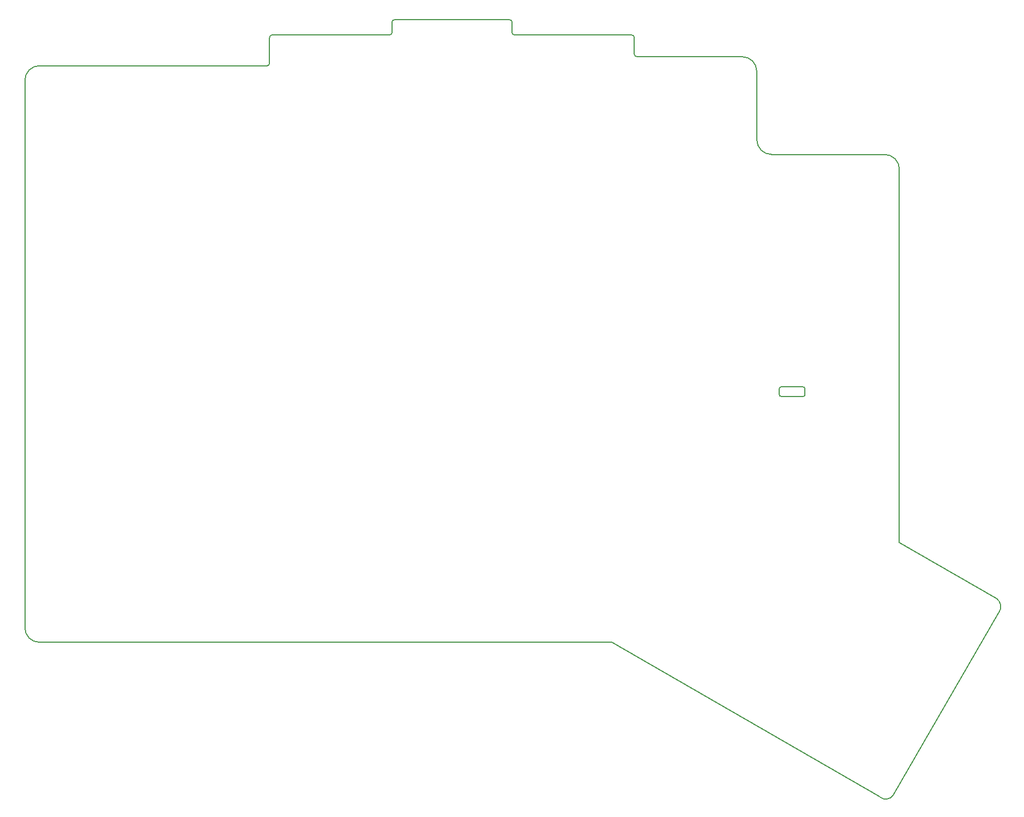
<source format=gm1>
G04 #@! TF.GenerationSoftware,KiCad,Pcbnew,(5.1.9-0-10_14)*
G04 #@! TF.CreationDate,2021-11-12T15:23:44+01:00*
G04 #@! TF.ProjectId,tairakb,74616972-616b-4622-9e6b-696361645f70,1.1*
G04 #@! TF.SameCoordinates,Original*
G04 #@! TF.FileFunction,Profile,NP*
%FSLAX46Y46*%
G04 Gerber Fmt 4.6, Leading zero omitted, Abs format (unit mm)*
G04 Created by KiCad (PCBNEW (5.1.9-0-10_14)) date 2021-11-12 15:23:44*
%MOMM*%
%LPD*%
G01*
G04 APERTURE LIST*
G04 #@! TA.AperFunction,Profile*
%ADD10C,0.150000*%
G04 #@! TD*
G04 APERTURE END LIST*
D10*
X195364000Y-96585000D02*
G75*
G02*
X195064000Y-96285000I0J300000D01*
G01*
X195064000Y-95397000D02*
G75*
G02*
X195364000Y-95097000I300000J0D01*
G01*
X199064000Y-96285000D02*
G75*
G02*
X198764000Y-96585000I-300000J0D01*
G01*
X198764000Y-95097000D02*
G75*
G02*
X199064000Y-95397000I0J-300000D01*
G01*
X195364000Y-95097000D02*
X198764000Y-95097000D01*
X195064000Y-96285000D02*
X195064000Y-95397000D01*
X195364000Y-96585000D02*
X198764000Y-96585000D01*
X199064000Y-95397000D02*
X199064000Y-96285000D01*
X115926000Y-40779000D02*
X115926000Y-44785000D01*
X115546000Y-45165000D02*
X80206000Y-45165000D01*
X115926000Y-44785000D02*
G75*
G02*
X115546000Y-45165000I-380000J0D01*
G01*
X115926000Y-40779000D02*
G75*
G02*
X116306000Y-40399000I380000J0D01*
G01*
X134542000Y-40399000D02*
X116306000Y-40399000D01*
X134922000Y-40019000D02*
G75*
G02*
X134542000Y-40399000I-380000J0D01*
G01*
X134922000Y-40019000D02*
X134922000Y-38398000D01*
X134922000Y-38398000D02*
G75*
G02*
X135302000Y-38018000I380000J0D01*
G01*
X153185000Y-38017000D02*
X135302000Y-38018000D01*
X172180000Y-40400000D02*
X153945000Y-40400000D01*
X153185000Y-38017000D02*
G75*
G02*
X153565000Y-38397000I0J-380000D01*
G01*
X153565000Y-40020000D02*
X153565000Y-38397000D01*
X153945000Y-40400000D02*
G75*
G02*
X153565000Y-40020000I0J380000D01*
G01*
X172560000Y-43379000D02*
X172560000Y-40780000D01*
X172180000Y-40400000D02*
G75*
G02*
X172560000Y-40780000I0J-380000D01*
G01*
X172940000Y-43759000D02*
G75*
G02*
X172560000Y-43379000I0J380000D01*
G01*
X191570000Y-56674000D02*
G75*
G03*
X193856000Y-58960000I2286000J0D01*
G01*
X191570000Y-46046000D02*
G75*
G03*
X189284000Y-43760000I-2286000J0D01*
G01*
X191570000Y-56674000D02*
X191570000Y-46046000D01*
X213710000Y-61246000D02*
G75*
G03*
X211424000Y-58960000I-2286000J0D01*
G01*
X213710000Y-61246000D02*
X213710000Y-119261000D01*
X193856000Y-58960000D02*
X211424000Y-58960000D01*
X189284000Y-43760000D02*
X172940000Y-43759000D01*
X213710000Y-119261000D02*
X228796000Y-127992000D01*
X229177000Y-130151000D02*
G75*
G03*
X228796000Y-127992000I-1270000J889000D01*
G01*
X212755000Y-158597000D02*
X229177000Y-130151000D01*
X210699455Y-158854935D02*
G75*
G03*
X212755000Y-158597000I902545J1126935D01*
G01*
X169040000Y-134800000D02*
X210699455Y-158854935D01*
X80206000Y-134800000D02*
X169040000Y-134800000D01*
X77920000Y-132514000D02*
G75*
G03*
X80206000Y-134800000I2286000J0D01*
G01*
X77920000Y-132514000D02*
X77920000Y-47451000D01*
X80206000Y-45165000D02*
G75*
G03*
X77920000Y-47451000I0J-2286000D01*
G01*
M02*

</source>
